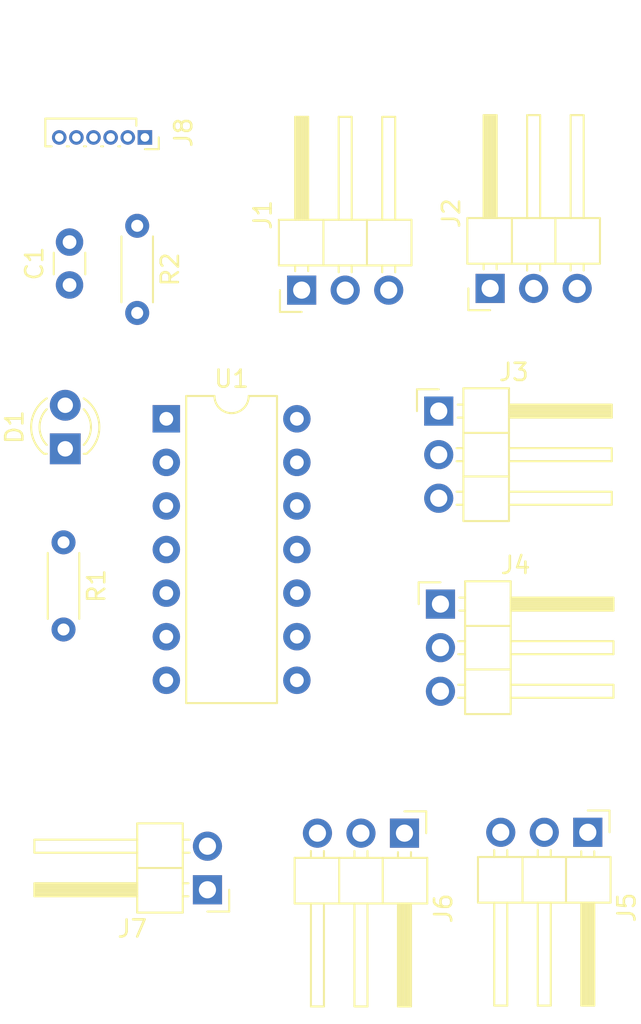
<source format=kicad_pcb>
(kicad_pcb (version 20171130) (host pcbnew 5.0.2-bee76a0~70~ubuntu18.04.1)

  (general
    (thickness 1.6)
    (drawings 0)
    (tracks 0)
    (zones 0)
    (modules 13)
    (nets 16)
  )

  (page A4)
  (layers
    (0 F.Cu signal)
    (31 B.Cu signal)
    (32 B.Adhes user)
    (33 F.Adhes user)
    (34 B.Paste user)
    (35 F.Paste user)
    (36 B.SilkS user)
    (37 F.SilkS user)
    (38 B.Mask user)
    (39 F.Mask user)
    (40 Dwgs.User user)
    (41 Cmts.User user)
    (42 Eco1.User user)
    (43 Eco2.User user)
    (44 Edge.Cuts user)
    (45 Margin user)
    (46 B.CrtYd user)
    (47 F.CrtYd user)
    (48 B.Fab user)
    (49 F.Fab user)
  )

  (setup
    (last_trace_width 0.25)
    (trace_clearance 0.2)
    (zone_clearance 0.508)
    (zone_45_only no)
    (trace_min 0.2)
    (segment_width 0.2)
    (edge_width 0.15)
    (via_size 0.8)
    (via_drill 0.4)
    (via_min_size 0.4)
    (via_min_drill 0.3)
    (uvia_size 0.3)
    (uvia_drill 0.1)
    (uvias_allowed no)
    (uvia_min_size 0.2)
    (uvia_min_drill 0.1)
    (pcb_text_width 0.3)
    (pcb_text_size 1.5 1.5)
    (mod_edge_width 0.15)
    (mod_text_size 1 1)
    (mod_text_width 0.15)
    (pad_size 1.524 1.524)
    (pad_drill 0.762)
    (pad_to_mask_clearance 0.051)
    (solder_mask_min_width 0.25)
    (aux_axis_origin 0 0)
    (visible_elements FFFFFF7F)
    (pcbplotparams
      (layerselection 0x010fc_ffffffff)
      (usegerberextensions false)
      (usegerberattributes false)
      (usegerberadvancedattributes false)
      (creategerberjobfile false)
      (excludeedgelayer true)
      (linewidth 0.100000)
      (plotframeref false)
      (viasonmask false)
      (mode 1)
      (useauxorigin false)
      (hpglpennumber 1)
      (hpglpenspeed 20)
      (hpglpendiameter 15.000000)
      (psnegative false)
      (psa4output false)
      (plotreference true)
      (plotvalue true)
      (plotinvisibletext false)
      (padsonsilk false)
      (subtractmaskfromsilk false)
      (outputformat 1)
      (mirror false)
      (drillshape 1)
      (scaleselection 1)
      (outputdirectory ""))
  )

  (net 0 "")
  (net 1 "Net-(C1-Pad1)")
  (net 2 GNDREF)
  (net 3 "Net-(D1-Pad1)")
  (net 4 "Net-(D1-Pad2)")
  (net 5 "Net-(J1-Pad1)")
  (net 6 +3V3)
  (net 7 "Net-(J2-Pad1)")
  (net 8 "Net-(J3-Pad1)")
  (net 9 "Net-(J4-Pad1)")
  (net 10 "Net-(J5-Pad1)")
  (net 11 "Net-(J6-Pad1)")
  (net 12 "Net-(J7-Pad1)")
  (net 13 "Net-(U1-Pad2)")
  (net 14 "Net-(U1-Pad3)")
  (net 15 "Net-(U1-Pad5)")

  (net_class Default "This is the default net class."
    (clearance 0.2)
    (trace_width 0.25)
    (via_dia 0.8)
    (via_drill 0.4)
    (uvia_dia 0.3)
    (uvia_drill 0.1)
    (add_net +3V3)
    (add_net GNDREF)
    (add_net "Net-(C1-Pad1)")
    (add_net "Net-(D1-Pad1)")
    (add_net "Net-(D1-Pad2)")
    (add_net "Net-(J1-Pad1)")
    (add_net "Net-(J2-Pad1)")
    (add_net "Net-(J3-Pad1)")
    (add_net "Net-(J4-Pad1)")
    (add_net "Net-(J5-Pad1)")
    (add_net "Net-(J6-Pad1)")
    (add_net "Net-(J7-Pad1)")
    (add_net "Net-(U1-Pad2)")
    (add_net "Net-(U1-Pad3)")
    (add_net "Net-(U1-Pad5)")
  )

  (module Capacitor_THT:C_Disc_D3.0mm_W1.6mm_P2.50mm (layer F.Cu) (tedit 5AE50EF0) (tstamp 5EC15B6D)
    (at 94.1 63.6 90)
    (descr "C, Disc series, Radial, pin pitch=2.50mm, , diameter*width=3.0*1.6mm^2, Capacitor, http://www.vishay.com/docs/45233/krseries.pdf")
    (tags "C Disc series Radial pin pitch 2.50mm  diameter 3.0mm width 1.6mm Capacitor")
    (path /5E9CFAA7)
    (fp_text reference C1 (at 1.25 -2.05 90) (layer F.SilkS)
      (effects (font (size 1 1) (thickness 0.15)))
    )
    (fp_text value 0.1uF (at 1.25 2.05 90) (layer F.Fab)
      (effects (font (size 1 1) (thickness 0.15)))
    )
    (fp_line (start -0.25 -0.8) (end -0.25 0.8) (layer F.Fab) (width 0.1))
    (fp_line (start -0.25 0.8) (end 2.75 0.8) (layer F.Fab) (width 0.1))
    (fp_line (start 2.75 0.8) (end 2.75 -0.8) (layer F.Fab) (width 0.1))
    (fp_line (start 2.75 -0.8) (end -0.25 -0.8) (layer F.Fab) (width 0.1))
    (fp_line (start 0.621 -0.92) (end 1.879 -0.92) (layer F.SilkS) (width 0.12))
    (fp_line (start 0.621 0.92) (end 1.879 0.92) (layer F.SilkS) (width 0.12))
    (fp_line (start -1.05 -1.05) (end -1.05 1.05) (layer F.CrtYd) (width 0.05))
    (fp_line (start -1.05 1.05) (end 3.55 1.05) (layer F.CrtYd) (width 0.05))
    (fp_line (start 3.55 1.05) (end 3.55 -1.05) (layer F.CrtYd) (width 0.05))
    (fp_line (start 3.55 -1.05) (end -1.05 -1.05) (layer F.CrtYd) (width 0.05))
    (fp_text user %R (at 1.25 0 90) (layer F.Fab)
      (effects (font (size 0.6 0.6) (thickness 0.09)))
    )
    (pad 1 thru_hole circle (at 0 0 90) (size 1.6 1.6) (drill 0.8) (layers *.Cu *.Mask)
      (net 1 "Net-(C1-Pad1)"))
    (pad 2 thru_hole circle (at 2.5 0 90) (size 1.6 1.6) (drill 0.8) (layers *.Cu *.Mask)
      (net 2 GNDREF))
    (model ${KISYS3DMOD}/Capacitor_THT.3dshapes/C_Disc_D3.0mm_W1.6mm_P2.50mm.wrl
      (at (xyz 0 0 0))
      (scale (xyz 1 1 1))
      (rotate (xyz 0 0 0))
    )
  )

  (module LED_THT:LED_D3.0mm (layer F.Cu) (tedit 587A3A7B) (tstamp 5EC15B80)
    (at 93.85 73.15 90)
    (descr "LED, diameter 3.0mm, 2 pins")
    (tags "LED diameter 3.0mm 2 pins")
    (path /5E9CB61C)
    (fp_text reference D1 (at 1.27 -2.96 90) (layer F.SilkS)
      (effects (font (size 1 1) (thickness 0.15)))
    )
    (fp_text value LED (at 1.27 2.96 90) (layer F.Fab)
      (effects (font (size 1 1) (thickness 0.15)))
    )
    (fp_arc (start 1.27 0) (end -0.23 -1.16619) (angle 284.3) (layer F.Fab) (width 0.1))
    (fp_arc (start 1.27 0) (end -0.29 -1.235516) (angle 108.8) (layer F.SilkS) (width 0.12))
    (fp_arc (start 1.27 0) (end -0.29 1.235516) (angle -108.8) (layer F.SilkS) (width 0.12))
    (fp_arc (start 1.27 0) (end 0.229039 -1.08) (angle 87.9) (layer F.SilkS) (width 0.12))
    (fp_arc (start 1.27 0) (end 0.229039 1.08) (angle -87.9) (layer F.SilkS) (width 0.12))
    (fp_circle (center 1.27 0) (end 2.77 0) (layer F.Fab) (width 0.1))
    (fp_line (start -0.23 -1.16619) (end -0.23 1.16619) (layer F.Fab) (width 0.1))
    (fp_line (start -0.29 -1.236) (end -0.29 -1.08) (layer F.SilkS) (width 0.12))
    (fp_line (start -0.29 1.08) (end -0.29 1.236) (layer F.SilkS) (width 0.12))
    (fp_line (start -1.15 -2.25) (end -1.15 2.25) (layer F.CrtYd) (width 0.05))
    (fp_line (start -1.15 2.25) (end 3.7 2.25) (layer F.CrtYd) (width 0.05))
    (fp_line (start 3.7 2.25) (end 3.7 -2.25) (layer F.CrtYd) (width 0.05))
    (fp_line (start 3.7 -2.25) (end -1.15 -2.25) (layer F.CrtYd) (width 0.05))
    (pad 1 thru_hole rect (at 0 0 90) (size 1.8 1.8) (drill 0.9) (layers *.Cu *.Mask)
      (net 3 "Net-(D1-Pad1)"))
    (pad 2 thru_hole circle (at 2.54 0 90) (size 1.8 1.8) (drill 0.9) (layers *.Cu *.Mask)
      (net 4 "Net-(D1-Pad2)"))
    (model ${KISYS3DMOD}/LED_THT.3dshapes/LED_D3.0mm.wrl
      (at (xyz 0 0 0))
      (scale (xyz 1 1 1))
      (rotate (xyz 0 0 0))
    )
  )

  (module Connector_PinHeader_2.54mm:PinHeader_1x03_P2.54mm_Horizontal (layer F.Cu) (tedit 59FED5CB) (tstamp 5EC15BC0)
    (at 107.65 63.9 90)
    (descr "Through hole angled pin header, 1x03, 2.54mm pitch, 6mm pin length, single row")
    (tags "Through hole angled pin header THT 1x03 2.54mm single row")
    (path /5E9C7BA7)
    (fp_text reference J1 (at 4.385 -2.27 90) (layer F.SilkS)
      (effects (font (size 1 1) (thickness 0.15)))
    )
    (fp_text value Conn_01x03_Male (at 4.385 7.35 90) (layer F.Fab)
      (effects (font (size 1 1) (thickness 0.15)))
    )
    (fp_line (start 2.135 -1.27) (end 4.04 -1.27) (layer F.Fab) (width 0.1))
    (fp_line (start 4.04 -1.27) (end 4.04 6.35) (layer F.Fab) (width 0.1))
    (fp_line (start 4.04 6.35) (end 1.5 6.35) (layer F.Fab) (width 0.1))
    (fp_line (start 1.5 6.35) (end 1.5 -0.635) (layer F.Fab) (width 0.1))
    (fp_line (start 1.5 -0.635) (end 2.135 -1.27) (layer F.Fab) (width 0.1))
    (fp_line (start -0.32 -0.32) (end 1.5 -0.32) (layer F.Fab) (width 0.1))
    (fp_line (start -0.32 -0.32) (end -0.32 0.32) (layer F.Fab) (width 0.1))
    (fp_line (start -0.32 0.32) (end 1.5 0.32) (layer F.Fab) (width 0.1))
    (fp_line (start 4.04 -0.32) (end 10.04 -0.32) (layer F.Fab) (width 0.1))
    (fp_line (start 10.04 -0.32) (end 10.04 0.32) (layer F.Fab) (width 0.1))
    (fp_line (start 4.04 0.32) (end 10.04 0.32) (layer F.Fab) (width 0.1))
    (fp_line (start -0.32 2.22) (end 1.5 2.22) (layer F.Fab) (width 0.1))
    (fp_line (start -0.32 2.22) (end -0.32 2.86) (layer F.Fab) (width 0.1))
    (fp_line (start -0.32 2.86) (end 1.5 2.86) (layer F.Fab) (width 0.1))
    (fp_line (start 4.04 2.22) (end 10.04 2.22) (layer F.Fab) (width 0.1))
    (fp_line (start 10.04 2.22) (end 10.04 2.86) (layer F.Fab) (width 0.1))
    (fp_line (start 4.04 2.86) (end 10.04 2.86) (layer F.Fab) (width 0.1))
    (fp_line (start -0.32 4.76) (end 1.5 4.76) (layer F.Fab) (width 0.1))
    (fp_line (start -0.32 4.76) (end -0.32 5.4) (layer F.Fab) (width 0.1))
    (fp_line (start -0.32 5.4) (end 1.5 5.4) (layer F.Fab) (width 0.1))
    (fp_line (start 4.04 4.76) (end 10.04 4.76) (layer F.Fab) (width 0.1))
    (fp_line (start 10.04 4.76) (end 10.04 5.4) (layer F.Fab) (width 0.1))
    (fp_line (start 4.04 5.4) (end 10.04 5.4) (layer F.Fab) (width 0.1))
    (fp_line (start 1.44 -1.33) (end 1.44 6.41) (layer F.SilkS) (width 0.12))
    (fp_line (start 1.44 6.41) (end 4.1 6.41) (layer F.SilkS) (width 0.12))
    (fp_line (start 4.1 6.41) (end 4.1 -1.33) (layer F.SilkS) (width 0.12))
    (fp_line (start 4.1 -1.33) (end 1.44 -1.33) (layer F.SilkS) (width 0.12))
    (fp_line (start 4.1 -0.38) (end 10.1 -0.38) (layer F.SilkS) (width 0.12))
    (fp_line (start 10.1 -0.38) (end 10.1 0.38) (layer F.SilkS) (width 0.12))
    (fp_line (start 10.1 0.38) (end 4.1 0.38) (layer F.SilkS) (width 0.12))
    (fp_line (start 4.1 -0.32) (end 10.1 -0.32) (layer F.SilkS) (width 0.12))
    (fp_line (start 4.1 -0.2) (end 10.1 -0.2) (layer F.SilkS) (width 0.12))
    (fp_line (start 4.1 -0.08) (end 10.1 -0.08) (layer F.SilkS) (width 0.12))
    (fp_line (start 4.1 0.04) (end 10.1 0.04) (layer F.SilkS) (width 0.12))
    (fp_line (start 4.1 0.16) (end 10.1 0.16) (layer F.SilkS) (width 0.12))
    (fp_line (start 4.1 0.28) (end 10.1 0.28) (layer F.SilkS) (width 0.12))
    (fp_line (start 1.11 -0.38) (end 1.44 -0.38) (layer F.SilkS) (width 0.12))
    (fp_line (start 1.11 0.38) (end 1.44 0.38) (layer F.SilkS) (width 0.12))
    (fp_line (start 1.44 1.27) (end 4.1 1.27) (layer F.SilkS) (width 0.12))
    (fp_line (start 4.1 2.16) (end 10.1 2.16) (layer F.SilkS) (width 0.12))
    (fp_line (start 10.1 2.16) (end 10.1 2.92) (layer F.SilkS) (width 0.12))
    (fp_line (start 10.1 2.92) (end 4.1 2.92) (layer F.SilkS) (width 0.12))
    (fp_line (start 1.042929 2.16) (end 1.44 2.16) (layer F.SilkS) (width 0.12))
    (fp_line (start 1.042929 2.92) (end 1.44 2.92) (layer F.SilkS) (width 0.12))
    (fp_line (start 1.44 3.81) (end 4.1 3.81) (layer F.SilkS) (width 0.12))
    (fp_line (start 4.1 4.7) (end 10.1 4.7) (layer F.SilkS) (width 0.12))
    (fp_line (start 10.1 4.7) (end 10.1 5.46) (layer F.SilkS) (width 0.12))
    (fp_line (start 10.1 5.46) (end 4.1 5.46) (layer F.SilkS) (width 0.12))
    (fp_line (start 1.042929 4.7) (end 1.44 4.7) (layer F.SilkS) (width 0.12))
    (fp_line (start 1.042929 5.46) (end 1.44 5.46) (layer F.SilkS) (width 0.12))
    (fp_line (start -1.27 0) (end -1.27 -1.27) (layer F.SilkS) (width 0.12))
    (fp_line (start -1.27 -1.27) (end 0 -1.27) (layer F.SilkS) (width 0.12))
    (fp_line (start -1.8 -1.8) (end -1.8 6.85) (layer F.CrtYd) (width 0.05))
    (fp_line (start -1.8 6.85) (end 10.55 6.85) (layer F.CrtYd) (width 0.05))
    (fp_line (start 10.55 6.85) (end 10.55 -1.8) (layer F.CrtYd) (width 0.05))
    (fp_line (start 10.55 -1.8) (end -1.8 -1.8) (layer F.CrtYd) (width 0.05))
    (fp_text user %R (at 2.77 2.54 180) (layer F.Fab)
      (effects (font (size 1 1) (thickness 0.15)))
    )
    (pad 1 thru_hole rect (at 0 0 90) (size 1.7 1.7) (drill 1) (layers *.Cu *.Mask)
      (net 5 "Net-(J1-Pad1)"))
    (pad 2 thru_hole oval (at 0 2.54 90) (size 1.7 1.7) (drill 1) (layers *.Cu *.Mask)
      (net 6 +3V3))
    (pad 3 thru_hole oval (at 0 5.08 90) (size 1.7 1.7) (drill 1) (layers *.Cu *.Mask)
      (net 2 GNDREF))
    (model ${KISYS3DMOD}/Connector_PinHeader_2.54mm.3dshapes/PinHeader_1x03_P2.54mm_Horizontal.wrl
      (at (xyz 0 0 0))
      (scale (xyz 1 1 1))
      (rotate (xyz 0 0 0))
    )
  )

  (module Connector_PinHeader_2.54mm:PinHeader_1x03_P2.54mm_Horizontal (layer F.Cu) (tedit 59FED5CB) (tstamp 5EC15C00)
    (at 118.65 63.8 90)
    (descr "Through hole angled pin header, 1x03, 2.54mm pitch, 6mm pin length, single row")
    (tags "Through hole angled pin header THT 1x03 2.54mm single row")
    (path /5E9C7CF9)
    (fp_text reference J2 (at 4.385 -2.27 90) (layer F.SilkS)
      (effects (font (size 1 1) (thickness 0.15)))
    )
    (fp_text value Conn_01x03_Male (at 4.385 7.35 90) (layer F.Fab)
      (effects (font (size 1 1) (thickness 0.15)))
    )
    (fp_text user %R (at 2.77 2.54 180) (layer F.Fab)
      (effects (font (size 1 1) (thickness 0.15)))
    )
    (fp_line (start 10.55 -1.8) (end -1.8 -1.8) (layer F.CrtYd) (width 0.05))
    (fp_line (start 10.55 6.85) (end 10.55 -1.8) (layer F.CrtYd) (width 0.05))
    (fp_line (start -1.8 6.85) (end 10.55 6.85) (layer F.CrtYd) (width 0.05))
    (fp_line (start -1.8 -1.8) (end -1.8 6.85) (layer F.CrtYd) (width 0.05))
    (fp_line (start -1.27 -1.27) (end 0 -1.27) (layer F.SilkS) (width 0.12))
    (fp_line (start -1.27 0) (end -1.27 -1.27) (layer F.SilkS) (width 0.12))
    (fp_line (start 1.042929 5.46) (end 1.44 5.46) (layer F.SilkS) (width 0.12))
    (fp_line (start 1.042929 4.7) (end 1.44 4.7) (layer F.SilkS) (width 0.12))
    (fp_line (start 10.1 5.46) (end 4.1 5.46) (layer F.SilkS) (width 0.12))
    (fp_line (start 10.1 4.7) (end 10.1 5.46) (layer F.SilkS) (width 0.12))
    (fp_line (start 4.1 4.7) (end 10.1 4.7) (layer F.SilkS) (width 0.12))
    (fp_line (start 1.44 3.81) (end 4.1 3.81) (layer F.SilkS) (width 0.12))
    (fp_line (start 1.042929 2.92) (end 1.44 2.92) (layer F.SilkS) (width 0.12))
    (fp_line (start 1.042929 2.16) (end 1.44 2.16) (layer F.SilkS) (width 0.12))
    (fp_line (start 10.1 2.92) (end 4.1 2.92) (layer F.SilkS) (width 0.12))
    (fp_line (start 10.1 2.16) (end 10.1 2.92) (layer F.SilkS) (width 0.12))
    (fp_line (start 4.1 2.16) (end 10.1 2.16) (layer F.SilkS) (width 0.12))
    (fp_line (start 1.44 1.27) (end 4.1 1.27) (layer F.SilkS) (width 0.12))
    (fp_line (start 1.11 0.38) (end 1.44 0.38) (layer F.SilkS) (width 0.12))
    (fp_line (start 1.11 -0.38) (end 1.44 -0.38) (layer F.SilkS) (width 0.12))
    (fp_line (start 4.1 0.28) (end 10.1 0.28) (layer F.SilkS) (width 0.12))
    (fp_line (start 4.1 0.16) (end 10.1 0.16) (layer F.SilkS) (width 0.12))
    (fp_line (start 4.1 0.04) (end 10.1 0.04) (layer F.SilkS) (width 0.12))
    (fp_line (start 4.1 -0.08) (end 10.1 -0.08) (layer F.SilkS) (width 0.12))
    (fp_line (start 4.1 -0.2) (end 10.1 -0.2) (layer F.SilkS) (width 0.12))
    (fp_line (start 4.1 -0.32) (end 10.1 -0.32) (layer F.SilkS) (width 0.12))
    (fp_line (start 10.1 0.38) (end 4.1 0.38) (layer F.SilkS) (width 0.12))
    (fp_line (start 10.1 -0.38) (end 10.1 0.38) (layer F.SilkS) (width 0.12))
    (fp_line (start 4.1 -0.38) (end 10.1 -0.38) (layer F.SilkS) (width 0.12))
    (fp_line (start 4.1 -1.33) (end 1.44 -1.33) (layer F.SilkS) (width 0.12))
    (fp_line (start 4.1 6.41) (end 4.1 -1.33) (layer F.SilkS) (width 0.12))
    (fp_line (start 1.44 6.41) (end 4.1 6.41) (layer F.SilkS) (width 0.12))
    (fp_line (start 1.44 -1.33) (end 1.44 6.41) (layer F.SilkS) (width 0.12))
    (fp_line (start 4.04 5.4) (end 10.04 5.4) (layer F.Fab) (width 0.1))
    (fp_line (start 10.04 4.76) (end 10.04 5.4) (layer F.Fab) (width 0.1))
    (fp_line (start 4.04 4.76) (end 10.04 4.76) (layer F.Fab) (width 0.1))
    (fp_line (start -0.32 5.4) (end 1.5 5.4) (layer F.Fab) (width 0.1))
    (fp_line (start -0.32 4.76) (end -0.32 5.4) (layer F.Fab) (width 0.1))
    (fp_line (start -0.32 4.76) (end 1.5 4.76) (layer F.Fab) (width 0.1))
    (fp_line (start 4.04 2.86) (end 10.04 2.86) (layer F.Fab) (width 0.1))
    (fp_line (start 10.04 2.22) (end 10.04 2.86) (layer F.Fab) (width 0.1))
    (fp_line (start 4.04 2.22) (end 10.04 2.22) (layer F.Fab) (width 0.1))
    (fp_line (start -0.32 2.86) (end 1.5 2.86) (layer F.Fab) (width 0.1))
    (fp_line (start -0.32 2.22) (end -0.32 2.86) (layer F.Fab) (width 0.1))
    (fp_line (start -0.32 2.22) (end 1.5 2.22) (layer F.Fab) (width 0.1))
    (fp_line (start 4.04 0.32) (end 10.04 0.32) (layer F.Fab) (width 0.1))
    (fp_line (start 10.04 -0.32) (end 10.04 0.32) (layer F.Fab) (width 0.1))
    (fp_line (start 4.04 -0.32) (end 10.04 -0.32) (layer F.Fab) (width 0.1))
    (fp_line (start -0.32 0.32) (end 1.5 0.32) (layer F.Fab) (width 0.1))
    (fp_line (start -0.32 -0.32) (end -0.32 0.32) (layer F.Fab) (width 0.1))
    (fp_line (start -0.32 -0.32) (end 1.5 -0.32) (layer F.Fab) (width 0.1))
    (fp_line (start 1.5 -0.635) (end 2.135 -1.27) (layer F.Fab) (width 0.1))
    (fp_line (start 1.5 6.35) (end 1.5 -0.635) (layer F.Fab) (width 0.1))
    (fp_line (start 4.04 6.35) (end 1.5 6.35) (layer F.Fab) (width 0.1))
    (fp_line (start 4.04 -1.27) (end 4.04 6.35) (layer F.Fab) (width 0.1))
    (fp_line (start 2.135 -1.27) (end 4.04 -1.27) (layer F.Fab) (width 0.1))
    (pad 3 thru_hole oval (at 0 5.08 90) (size 1.7 1.7) (drill 1) (layers *.Cu *.Mask)
      (net 2 GNDREF))
    (pad 2 thru_hole oval (at 0 2.54 90) (size 1.7 1.7) (drill 1) (layers *.Cu *.Mask)
      (net 6 +3V3))
    (pad 1 thru_hole rect (at 0 0 90) (size 1.7 1.7) (drill 1) (layers *.Cu *.Mask)
      (net 7 "Net-(J2-Pad1)"))
    (model ${KISYS3DMOD}/Connector_PinHeader_2.54mm.3dshapes/PinHeader_1x03_P2.54mm_Horizontal.wrl
      (at (xyz 0 0 0))
      (scale (xyz 1 1 1))
      (rotate (xyz 0 0 0))
    )
  )

  (module Connector_PinHeader_2.54mm:PinHeader_1x03_P2.54mm_Horizontal (layer F.Cu) (tedit 59FED5CB) (tstamp 5EC15C40)
    (at 115.65 70.95)
    (descr "Through hole angled pin header, 1x03, 2.54mm pitch, 6mm pin length, single row")
    (tags "Through hole angled pin header THT 1x03 2.54mm single row")
    (path /5E9C7E7B)
    (fp_text reference J3 (at 4.385 -2.27) (layer F.SilkS)
      (effects (font (size 1 1) (thickness 0.15)))
    )
    (fp_text value Conn_01x03_Male (at 4.385 7.35) (layer F.Fab)
      (effects (font (size 1 1) (thickness 0.15)))
    )
    (fp_line (start 2.135 -1.27) (end 4.04 -1.27) (layer F.Fab) (width 0.1))
    (fp_line (start 4.04 -1.27) (end 4.04 6.35) (layer F.Fab) (width 0.1))
    (fp_line (start 4.04 6.35) (end 1.5 6.35) (layer F.Fab) (width 0.1))
    (fp_line (start 1.5 6.35) (end 1.5 -0.635) (layer F.Fab) (width 0.1))
    (fp_line (start 1.5 -0.635) (end 2.135 -1.27) (layer F.Fab) (width 0.1))
    (fp_line (start -0.32 -0.32) (end 1.5 -0.32) (layer F.Fab) (width 0.1))
    (fp_line (start -0.32 -0.32) (end -0.32 0.32) (layer F.Fab) (width 0.1))
    (fp_line (start -0.32 0.32) (end 1.5 0.32) (layer F.Fab) (width 0.1))
    (fp_line (start 4.04 -0.32) (end 10.04 -0.32) (layer F.Fab) (width 0.1))
    (fp_line (start 10.04 -0.32) (end 10.04 0.32) (layer F.Fab) (width 0.1))
    (fp_line (start 4.04 0.32) (end 10.04 0.32) (layer F.Fab) (width 0.1))
    (fp_line (start -0.32 2.22) (end 1.5 2.22) (layer F.Fab) (width 0.1))
    (fp_line (start -0.32 2.22) (end -0.32 2.86) (layer F.Fab) (width 0.1))
    (fp_line (start -0.32 2.86) (end 1.5 2.86) (layer F.Fab) (width 0.1))
    (fp_line (start 4.04 2.22) (end 10.04 2.22) (layer F.Fab) (width 0.1))
    (fp_line (start 10.04 2.22) (end 10.04 2.86) (layer F.Fab) (width 0.1))
    (fp_line (start 4.04 2.86) (end 10.04 2.86) (layer F.Fab) (width 0.1))
    (fp_line (start -0.32 4.76) (end 1.5 4.76) (layer F.Fab) (width 0.1))
    (fp_line (start -0.32 4.76) (end -0.32 5.4) (layer F.Fab) (width 0.1))
    (fp_line (start -0.32 5.4) (end 1.5 5.4) (layer F.Fab) (width 0.1))
    (fp_line (start 4.04 4.76) (end 10.04 4.76) (layer F.Fab) (width 0.1))
    (fp_line (start 10.04 4.76) (end 10.04 5.4) (layer F.Fab) (width 0.1))
    (fp_line (start 4.04 5.4) (end 10.04 5.4) (layer F.Fab) (width 0.1))
    (fp_line (start 1.44 -1.33) (end 1.44 6.41) (layer F.SilkS) (width 0.12))
    (fp_line (start 1.44 6.41) (end 4.1 6.41) (layer F.SilkS) (width 0.12))
    (fp_line (start 4.1 6.41) (end 4.1 -1.33) (layer F.SilkS) (width 0.12))
    (fp_line (start 4.1 -1.33) (end 1.44 -1.33) (layer F.SilkS) (width 0.12))
    (fp_line (start 4.1 -0.38) (end 10.1 -0.38) (layer F.SilkS) (width 0.12))
    (fp_line (start 10.1 -0.38) (end 10.1 0.38) (layer F.SilkS) (width 0.12))
    (fp_line (start 10.1 0.38) (end 4.1 0.38) (layer F.SilkS) (width 0.12))
    (fp_line (start 4.1 -0.32) (end 10.1 -0.32) (layer F.SilkS) (width 0.12))
    (fp_line (start 4.1 -0.2) (end 10.1 -0.2) (layer F.SilkS) (width 0.12))
    (fp_line (start 4.1 -0.08) (end 10.1 -0.08) (layer F.SilkS) (width 0.12))
    (fp_line (start 4.1 0.04) (end 10.1 0.04) (layer F.SilkS) (width 0.12))
    (fp_line (start 4.1 0.16) (end 10.1 0.16) (layer F.SilkS) (width 0.12))
    (fp_line (start 4.1 0.28) (end 10.1 0.28) (layer F.SilkS) (width 0.12))
    (fp_line (start 1.11 -0.38) (end 1.44 -0.38) (layer F.SilkS) (width 0.12))
    (fp_line (start 1.11 0.38) (end 1.44 0.38) (layer F.SilkS) (width 0.12))
    (fp_line (start 1.44 1.27) (end 4.1 1.27) (layer F.SilkS) (width 0.12))
    (fp_line (start 4.1 2.16) (end 10.1 2.16) (layer F.SilkS) (width 0.12))
    (fp_line (start 10.1 2.16) (end 10.1 2.92) (layer F.SilkS) (width 0.12))
    (fp_line (start 10.1 2.92) (end 4.1 2.92) (layer F.SilkS) (width 0.12))
    (fp_line (start 1.042929 2.16) (end 1.44 2.16) (layer F.SilkS) (width 0.12))
    (fp_line (start 1.042929 2.92) (end 1.44 2.92) (layer F.SilkS) (width 0.12))
    (fp_line (start 1.44 3.81) (end 4.1 3.81) (layer F.SilkS) (width 0.12))
    (fp_line (start 4.1 4.7) (end 10.1 4.7) (layer F.SilkS) (width 0.12))
    (fp_line (start 10.1 4.7) (end 10.1 5.46) (layer F.SilkS) (width 0.12))
    (fp_line (start 10.1 5.46) (end 4.1 5.46) (layer F.SilkS) (width 0.12))
    (fp_line (start 1.042929 4.7) (end 1.44 4.7) (layer F.SilkS) (width 0.12))
    (fp_line (start 1.042929 5.46) (end 1.44 5.46) (layer F.SilkS) (width 0.12))
    (fp_line (start -1.27 0) (end -1.27 -1.27) (layer F.SilkS) (width 0.12))
    (fp_line (start -1.27 -1.27) (end 0 -1.27) (layer F.SilkS) (width 0.12))
    (fp_line (start -1.8 -1.8) (end -1.8 6.85) (layer F.CrtYd) (width 0.05))
    (fp_line (start -1.8 6.85) (end 10.55 6.85) (layer F.CrtYd) (width 0.05))
    (fp_line (start 10.55 6.85) (end 10.55 -1.8) (layer F.CrtYd) (width 0.05))
    (fp_line (start 10.55 -1.8) (end -1.8 -1.8) (layer F.CrtYd) (width 0.05))
    (fp_text user %R (at 2.77 2.54 90) (layer F.Fab)
      (effects (font (size 1 1) (thickness 0.15)))
    )
    (pad 1 thru_hole rect (at 0 0) (size 1.7 1.7) (drill 1) (layers *.Cu *.Mask)
      (net 8 "Net-(J3-Pad1)"))
    (pad 2 thru_hole oval (at 0 2.54) (size 1.7 1.7) (drill 1) (layers *.Cu *.Mask)
      (net 6 +3V3))
    (pad 3 thru_hole oval (at 0 5.08) (size 1.7 1.7) (drill 1) (layers *.Cu *.Mask)
      (net 2 GNDREF))
    (model ${KISYS3DMOD}/Connector_PinHeader_2.54mm.3dshapes/PinHeader_1x03_P2.54mm_Horizontal.wrl
      (at (xyz 0 0 0))
      (scale (xyz 1 1 1))
      (rotate (xyz 0 0 0))
    )
  )

  (module Connector_PinHeader_2.54mm:PinHeader_1x03_P2.54mm_Horizontal (layer F.Cu) (tedit 59FED5CB) (tstamp 5EC15C80)
    (at 115.75 82.2)
    (descr "Through hole angled pin header, 1x03, 2.54mm pitch, 6mm pin length, single row")
    (tags "Through hole angled pin header THT 1x03 2.54mm single row")
    (path /5E9C7F1B)
    (fp_text reference J4 (at 4.385 -2.27) (layer F.SilkS)
      (effects (font (size 1 1) (thickness 0.15)))
    )
    (fp_text value Conn_01x03_Male (at 4.385 7.35) (layer F.Fab)
      (effects (font (size 1 1) (thickness 0.15)))
    )
    (fp_text user %R (at 2.77 2.54 90) (layer F.Fab)
      (effects (font (size 1 1) (thickness 0.15)))
    )
    (fp_line (start 10.55 -1.8) (end -1.8 -1.8) (layer F.CrtYd) (width 0.05))
    (fp_line (start 10.55 6.85) (end 10.55 -1.8) (layer F.CrtYd) (width 0.05))
    (fp_line (start -1.8 6.85) (end 10.55 6.85) (layer F.CrtYd) (width 0.05))
    (fp_line (start -1.8 -1.8) (end -1.8 6.85) (layer F.CrtYd) (width 0.05))
    (fp_line (start -1.27 -1.27) (end 0 -1.27) (layer F.SilkS) (width 0.12))
    (fp_line (start -1.27 0) (end -1.27 -1.27) (layer F.SilkS) (width 0.12))
    (fp_line (start 1.042929 5.46) (end 1.44 5.46) (layer F.SilkS) (width 0.12))
    (fp_line (start 1.042929 4.7) (end 1.44 4.7) (layer F.SilkS) (width 0.12))
    (fp_line (start 10.1 5.46) (end 4.1 5.46) (layer F.SilkS) (width 0.12))
    (fp_line (start 10.1 4.7) (end 10.1 5.46) (layer F.SilkS) (width 0.12))
    (fp_line (start 4.1 4.7) (end 10.1 4.7) (layer F.SilkS) (width 0.12))
    (fp_line (start 1.44 3.81) (end 4.1 3.81) (layer F.SilkS) (width 0.12))
    (fp_line (start 1.042929 2.92) (end 1.44 2.92) (layer F.SilkS) (width 0.12))
    (fp_line (start 1.042929 2.16) (end 1.44 2.16) (layer F.SilkS) (width 0.12))
    (fp_line (start 10.1 2.92) (end 4.1 2.92) (layer F.SilkS) (width 0.12))
    (fp_line (start 10.1 2.16) (end 10.1 2.92) (layer F.SilkS) (width 0.12))
    (fp_line (start 4.1 2.16) (end 10.1 2.16) (layer F.SilkS) (width 0.12))
    (fp_line (start 1.44 1.27) (end 4.1 1.27) (layer F.SilkS) (width 0.12))
    (fp_line (start 1.11 0.38) (end 1.44 0.38) (layer F.SilkS) (width 0.12))
    (fp_line (start 1.11 -0.38) (end 1.44 -0.38) (layer F.SilkS) (width 0.12))
    (fp_line (start 4.1 0.28) (end 10.1 0.28) (layer F.SilkS) (width 0.12))
    (fp_line (start 4.1 0.16) (end 10.1 0.16) (layer F.SilkS) (width 0.12))
    (fp_line (start 4.1 0.04) (end 10.1 0.04) (layer F.SilkS) (width 0.12))
    (fp_line (start 4.1 -0.08) (end 10.1 -0.08) (layer F.SilkS) (width 0.12))
    (fp_line (start 4.1 -0.2) (end 10.1 -0.2) (layer F.SilkS) (width 0.12))
    (fp_line (start 4.1 -0.32) (end 10.1 -0.32) (layer F.SilkS) (width 0.12))
    (fp_line (start 10.1 0.38) (end 4.1 0.38) (layer F.SilkS) (width 0.12))
    (fp_line (start 10.1 -0.38) (end 10.1 0.38) (layer F.SilkS) (width 0.12))
    (fp_line (start 4.1 -0.38) (end 10.1 -0.38) (layer F.SilkS) (width 0.12))
    (fp_line (start 4.1 -1.33) (end 1.44 -1.33) (layer F.SilkS) (width 0.12))
    (fp_line (start 4.1 6.41) (end 4.1 -1.33) (layer F.SilkS) (width 0.12))
    (fp_line (start 1.44 6.41) (end 4.1 6.41) (layer F.SilkS) (width 0.12))
    (fp_line (start 1.44 -1.33) (end 1.44 6.41) (layer F.SilkS) (width 0.12))
    (fp_line (start 4.04 5.4) (end 10.04 5.4) (layer F.Fab) (width 0.1))
    (fp_line (start 10.04 4.76) (end 10.04 5.4) (layer F.Fab) (width 0.1))
    (fp_line (start 4.04 4.76) (end 10.04 4.76) (layer F.Fab) (width 0.1))
    (fp_line (start -0.32 5.4) (end 1.5 5.4) (layer F.Fab) (width 0.1))
    (fp_line (start -0.32 4.76) (end -0.32 5.4) (layer F.Fab) (width 0.1))
    (fp_line (start -0.32 4.76) (end 1.5 4.76) (layer F.Fab) (width 0.1))
    (fp_line (start 4.04 2.86) (end 10.04 2.86) (layer F.Fab) (width 0.1))
    (fp_line (start 10.04 2.22) (end 10.04 2.86) (layer F.Fab) (width 0.1))
    (fp_line (start 4.04 2.22) (end 10.04 2.22) (layer F.Fab) (width 0.1))
    (fp_line (start -0.32 2.86) (end 1.5 2.86) (layer F.Fab) (width 0.1))
    (fp_line (start -0.32 2.22) (end -0.32 2.86) (layer F.Fab) (width 0.1))
    (fp_line (start -0.32 2.22) (end 1.5 2.22) (layer F.Fab) (width 0.1))
    (fp_line (start 4.04 0.32) (end 10.04 0.32) (layer F.Fab) (width 0.1))
    (fp_line (start 10.04 -0.32) (end 10.04 0.32) (layer F.Fab) (width 0.1))
    (fp_line (start 4.04 -0.32) (end 10.04 -0.32) (layer F.Fab) (width 0.1))
    (fp_line (start -0.32 0.32) (end 1.5 0.32) (layer F.Fab) (width 0.1))
    (fp_line (start -0.32 -0.32) (end -0.32 0.32) (layer F.Fab) (width 0.1))
    (fp_line (start -0.32 -0.32) (end 1.5 -0.32) (layer F.Fab) (width 0.1))
    (fp_line (start 1.5 -0.635) (end 2.135 -1.27) (layer F.Fab) (width 0.1))
    (fp_line (start 1.5 6.35) (end 1.5 -0.635) (layer F.Fab) (width 0.1))
    (fp_line (start 4.04 6.35) (end 1.5 6.35) (layer F.Fab) (width 0.1))
    (fp_line (start 4.04 -1.27) (end 4.04 6.35) (layer F.Fab) (width 0.1))
    (fp_line (start 2.135 -1.27) (end 4.04 -1.27) (layer F.Fab) (width 0.1))
    (pad 3 thru_hole oval (at 0 5.08) (size 1.7 1.7) (drill 1) (layers *.Cu *.Mask)
      (net 2 GNDREF))
    (pad 2 thru_hole oval (at 0 2.54) (size 1.7 1.7) (drill 1) (layers *.Cu *.Mask)
      (net 6 +3V3))
    (pad 1 thru_hole rect (at 0 0) (size 1.7 1.7) (drill 1) (layers *.Cu *.Mask)
      (net 9 "Net-(J4-Pad1)"))
    (model ${KISYS3DMOD}/Connector_PinHeader_2.54mm.3dshapes/PinHeader_1x03_P2.54mm_Horizontal.wrl
      (at (xyz 0 0 0))
      (scale (xyz 1 1 1))
      (rotate (xyz 0 0 0))
    )
  )

  (module Connector_PinHeader_2.54mm:PinHeader_1x03_P2.54mm_Horizontal (layer F.Cu) (tedit 59FED5CB) (tstamp 5EC15CC0)
    (at 124.35 95.5 270)
    (descr "Through hole angled pin header, 1x03, 2.54mm pitch, 6mm pin length, single row")
    (tags "Through hole angled pin header THT 1x03 2.54mm single row")
    (path /5E9C7FF9)
    (fp_text reference J5 (at 4.385 -2.27 270) (layer F.SilkS)
      (effects (font (size 1 1) (thickness 0.15)))
    )
    (fp_text value Conn_01x03_Male (at 4.385 7.35 270) (layer F.Fab)
      (effects (font (size 1 1) (thickness 0.15)))
    )
    (fp_line (start 2.135 -1.27) (end 4.04 -1.27) (layer F.Fab) (width 0.1))
    (fp_line (start 4.04 -1.27) (end 4.04 6.35) (layer F.Fab) (width 0.1))
    (fp_line (start 4.04 6.35) (end 1.5 6.35) (layer F.Fab) (width 0.1))
    (fp_line (start 1.5 6.35) (end 1.5 -0.635) (layer F.Fab) (width 0.1))
    (fp_line (start 1.5 -0.635) (end 2.135 -1.27) (layer F.Fab) (width 0.1))
    (fp_line (start -0.32 -0.32) (end 1.5 -0.32) (layer F.Fab) (width 0.1))
    (fp_line (start -0.32 -0.32) (end -0.32 0.32) (layer F.Fab) (width 0.1))
    (fp_line (start -0.32 0.32) (end 1.5 0.32) (layer F.Fab) (width 0.1))
    (fp_line (start 4.04 -0.32) (end 10.04 -0.32) (layer F.Fab) (width 0.1))
    (fp_line (start 10.04 -0.32) (end 10.04 0.32) (layer F.Fab) (width 0.1))
    (fp_line (start 4.04 0.32) (end 10.04 0.32) (layer F.Fab) (width 0.1))
    (fp_line (start -0.32 2.22) (end 1.5 2.22) (layer F.Fab) (width 0.1))
    (fp_line (start -0.32 2.22) (end -0.32 2.86) (layer F.Fab) (width 0.1))
    (fp_line (start -0.32 2.86) (end 1.5 2.86) (layer F.Fab) (width 0.1))
    (fp_line (start 4.04 2.22) (end 10.04 2.22) (layer F.Fab) (width 0.1))
    (fp_line (start 10.04 2.22) (end 10.04 2.86) (layer F.Fab) (width 0.1))
    (fp_line (start 4.04 2.86) (end 10.04 2.86) (layer F.Fab) (width 0.1))
    (fp_line (start -0.32 4.76) (end 1.5 4.76) (layer F.Fab) (width 0.1))
    (fp_line (start -0.32 4.76) (end -0.32 5.4) (layer F.Fab) (width 0.1))
    (fp_line (start -0.32 5.4) (end 1.5 5.4) (layer F.Fab) (width 0.1))
    (fp_line (start 4.04 4.76) (end 10.04 4.76) (layer F.Fab) (width 0.1))
    (fp_line (start 10.04 4.76) (end 10.04 5.4) (layer F.Fab) (width 0.1))
    (fp_line (start 4.04 5.4) (end 10.04 5.4) (layer F.Fab) (width 0.1))
    (fp_line (start 1.44 -1.33) (end 1.44 6.41) (layer F.SilkS) (width 0.12))
    (fp_line (start 1.44 6.41) (end 4.1 6.41) (layer F.SilkS) (width 0.12))
    (fp_line (start 4.1 6.41) (end 4.1 -1.33) (layer F.SilkS) (width 0.12))
    (fp_line (start 4.1 -1.33) (end 1.44 -1.33) (layer F.SilkS) (width 0.12))
    (fp_line (start 4.1 -0.38) (end 10.1 -0.38) (layer F.SilkS) (width 0.12))
    (fp_line (start 10.1 -0.38) (end 10.1 0.38) (layer F.SilkS) (width 0.12))
    (fp_line (start 10.1 0.38) (end 4.1 0.38) (layer F.SilkS) (width 0.12))
    (fp_line (start 4.1 -0.32) (end 10.1 -0.32) (layer F.SilkS) (width 0.12))
    (fp_line (start 4.1 -0.2) (end 10.1 -0.2) (layer F.SilkS) (width 0.12))
    (fp_line (start 4.1 -0.08) (end 10.1 -0.08) (layer F.SilkS) (width 0.12))
    (fp_line (start 4.1 0.04) (end 10.1 0.04) (layer F.SilkS) (width 0.12))
    (fp_line (start 4.1 0.16) (end 10.1 0.16) (layer F.SilkS) (width 0.12))
    (fp_line (start 4.1 0.28) (end 10.1 0.28) (layer F.SilkS) (width 0.12))
    (fp_line (start 1.11 -0.38) (end 1.44 -0.38) (layer F.SilkS) (width 0.12))
    (fp_line (start 1.11 0.38) (end 1.44 0.38) (layer F.SilkS) (width 0.12))
    (fp_line (start 1.44 1.27) (end 4.1 1.27) (layer F.SilkS) (width 0.12))
    (fp_line (start 4.1 2.16) (end 10.1 2.16) (layer F.SilkS) (width 0.12))
    (fp_line (start 10.1 2.16) (end 10.1 2.92) (layer F.SilkS) (width 0.12))
    (fp_line (start 10.1 2.92) (end 4.1 2.92) (layer F.SilkS) (width 0.12))
    (fp_line (start 1.042929 2.16) (end 1.44 2.16) (layer F.SilkS) (width 0.12))
    (fp_line (start 1.042929 2.92) (end 1.44 2.92) (layer F.SilkS) (width 0.12))
    (fp_line (start 1.44 3.81) (end 4.1 3.81) (layer F.SilkS) (width 0.12))
    (fp_line (start 4.1 4.7) (end 10.1 4.7) (layer F.SilkS) (width 0.12))
    (fp_line (start 10.1 4.7) (end 10.1 5.46) (layer F.SilkS) (width 0.12))
    (fp_line (start 10.1 5.46) (end 4.1 5.46) (layer F.SilkS) (width 0.12))
    (fp_line (start 1.042929 4.7) (end 1.44 4.7) (layer F.SilkS) (width 0.12))
    (fp_line (start 1.042929 5.46) (end 1.44 5.46) (layer F.SilkS) (width 0.12))
    (fp_line (start -1.27 0) (end -1.27 -1.27) (layer F.SilkS) (width 0.12))
    (fp_line (start -1.27 -1.27) (end 0 -1.27) (layer F.SilkS) (width 0.12))
    (fp_line (start -1.8 -1.8) (end -1.8 6.85) (layer F.CrtYd) (width 0.05))
    (fp_line (start -1.8 6.85) (end 10.55 6.85) (layer F.CrtYd) (width 0.05))
    (fp_line (start 10.55 6.85) (end 10.55 -1.8) (layer F.CrtYd) (width 0.05))
    (fp_line (start 10.55 -1.8) (end -1.8 -1.8) (layer F.CrtYd) (width 0.05))
    (fp_text user %R (at 2.77 2.54) (layer F.Fab)
      (effects (font (size 1 1) (thickness 0.15)))
    )
    (pad 1 thru_hole rect (at 0 0 270) (size 1.7 1.7) (drill 1) (layers *.Cu *.Mask)
      (net 10 "Net-(J5-Pad1)"))
    (pad 2 thru_hole oval (at 0 2.54 270) (size 1.7 1.7) (drill 1) (layers *.Cu *.Mask)
      (net 6 +3V3))
    (pad 3 thru_hole oval (at 0 5.08 270) (size 1.7 1.7) (drill 1) (layers *.Cu *.Mask)
      (net 2 GNDREF))
    (model ${KISYS3DMOD}/Connector_PinHeader_2.54mm.3dshapes/PinHeader_1x03_P2.54mm_Horizontal.wrl
      (at (xyz 0 0 0))
      (scale (xyz 1 1 1))
      (rotate (xyz 0 0 0))
    )
  )

  (module Connector_PinHeader_2.54mm:PinHeader_1x03_P2.54mm_Horizontal (layer F.Cu) (tedit 59FED5CB) (tstamp 5EC15D00)
    (at 113.65 95.55 270)
    (descr "Through hole angled pin header, 1x03, 2.54mm pitch, 6mm pin length, single row")
    (tags "Through hole angled pin header THT 1x03 2.54mm single row")
    (path /5E9C9354)
    (fp_text reference J6 (at 4.385 -2.27 270) (layer F.SilkS)
      (effects (font (size 1 1) (thickness 0.15)))
    )
    (fp_text value Conn_01x03_Male (at 4.385 7.35 270) (layer F.Fab)
      (effects (font (size 1 1) (thickness 0.15)))
    )
    (fp_text user %R (at 2.77 2.54) (layer F.Fab)
      (effects (font (size 1 1) (thickness 0.15)))
    )
    (fp_line (start 10.55 -1.8) (end -1.8 -1.8) (layer F.CrtYd) (width 0.05))
    (fp_line (start 10.55 6.85) (end 10.55 -1.8) (layer F.CrtYd) (width 0.05))
    (fp_line (start -1.8 6.85) (end 10.55 6.85) (layer F.CrtYd) (width 0.05))
    (fp_line (start -1.8 -1.8) (end -1.8 6.85) (layer F.CrtYd) (width 0.05))
    (fp_line (start -1.27 -1.27) (end 0 -1.27) (layer F.SilkS) (width 0.12))
    (fp_line (start -1.27 0) (end -1.27 -1.27) (layer F.SilkS) (width 0.12))
    (fp_line (start 1.042929 5.46) (end 1.44 5.46) (layer F.SilkS) (width 0.12))
    (fp_line (start 1.042929 4.7) (end 1.44 4.7) (layer F.SilkS) (width 0.12))
    (fp_line (start 10.1 5.46) (end 4.1 5.46) (layer F.SilkS) (width 0.12))
    (fp_line (start 10.1 4.7) (end 10.1 5.46) (layer F.SilkS) (width 0.12))
    (fp_line (start 4.1 4.7) (end 10.1 4.7) (layer F.SilkS) (width 0.12))
    (fp_line (start 1.44 3.81) (end 4.1 3.81) (layer F.SilkS) (width 0.12))
    (fp_line (start 1.042929 2.92) (end 1.44 2.92) (layer F.SilkS) (width 0.12))
    (fp_line (start 1.042929 2.16) (end 1.44 2.16) (layer F.SilkS) (width 0.12))
    (fp_line (start 10.1 2.92) (end 4.1 2.92) (layer F.SilkS) (width 0.12))
    (fp_line (start 10.1 2.16) (end 10.1 2.92) (layer F.SilkS) (width 0.12))
    (fp_line (start 4.1 2.16) (end 10.1 2.16) (layer F.SilkS) (width 0.12))
    (fp_line (start 1.44 1.27) (end 4.1 1.27) (layer F.SilkS) (width 0.12))
    (fp_line (start 1.11 0.38) (end 1.44 0.38) (layer F.SilkS) (width 0.12))
    (fp_line (start 1.11 -0.38) (end 1.44 -0.38) (layer F.SilkS) (width 0.12))
    (fp_line (start 4.1 0.28) (end 10.1 0.28) (layer F.SilkS) (width 0.12))
    (fp_line (start 4.1 0.16) (end 10.1 0.16) (layer F.SilkS) (width 0.12))
    (fp_line (start 4.1 0.04) (end 10.1 0.04) (layer F.SilkS) (width 0.12))
    (fp_line (start 4.1 -0.08) (end 10.1 -0.08) (layer F.SilkS) (width 0.12))
    (fp_line (start 4.1 -0.2) (end 10.1 -0.2) (layer F.SilkS) (width 0.12))
    (fp_line (start 4.1 -0.32) (end 10.1 -0.32) (layer F.SilkS) (width 0.12))
    (fp_line (start 10.1 0.38) (end 4.1 0.38) (layer F.SilkS) (width 0.12))
    (fp_line (start 10.1 -0.38) (end 10.1 0.38) (layer F.SilkS) (width 0.12))
    (fp_line (start 4.1 -0.38) (end 10.1 -0.38) (layer F.SilkS) (width 0.12))
    (fp_line (start 4.1 -1.33) (end 1.44 -1.33) (layer F.SilkS) (width 0.12))
    (fp_line (start 4.1 6.41) (end 4.1 -1.33) (layer F.SilkS) (width 0.12))
    (fp_line (start 1.44 6.41) (end 4.1 6.41) (layer F.SilkS) (width 0.12))
    (fp_line (start 1.44 -1.33) (end 1.44 6.41) (layer F.SilkS) (width 0.12))
    (fp_line (start 4.04 5.4) (end 10.04 5.4) (layer F.Fab) (width 0.1))
    (fp_line (start 10.04 4.76) (end 10.04 5.4) (layer F.Fab) (width 0.1))
    (fp_line (start 4.04 4.76) (end 10.04 4.76) (layer F.Fab) (width 0.1))
    (fp_line (start -0.32 5.4) (end 1.5 5.4) (layer F.Fab) (width 0.1))
    (fp_line (start -0.32 4.76) (end -0.32 5.4) (layer F.Fab) (width 0.1))
    (fp_line (start -0.32 4.76) (end 1.5 4.76) (layer F.Fab) (width 0.1))
    (fp_line (start 4.04 2.86) (end 10.04 2.86) (layer F.Fab) (width 0.1))
    (fp_line (start 10.04 2.22) (end 10.04 2.86) (layer F.Fab) (width 0.1))
    (fp_line (start 4.04 2.22) (end 10.04 2.22) (layer F.Fab) (width 0.1))
    (fp_line (start -0.32 2.86) (end 1.5 2.86) (layer F.Fab) (width 0.1))
    (fp_line (start -0.32 2.22) (end -0.32 2.86) (layer F.Fab) (width 0.1))
    (fp_line (start -0.32 2.22) (end 1.5 2.22) (layer F.Fab) (width 0.1))
    (fp_line (start 4.04 0.32) (end 10.04 0.32) (layer F.Fab) (width 0.1))
    (fp_line (start 10.04 -0.32) (end 10.04 0.32) (layer F.Fab) (width 0.1))
    (fp_line (start 4.04 -0.32) (end 10.04 -0.32) (layer F.Fab) (width 0.1))
    (fp_line (start -0.32 0.32) (end 1.5 0.32) (layer F.Fab) (width 0.1))
    (fp_line (start -0.32 -0.32) (end -0.32 0.32) (layer F.Fab) (width 0.1))
    (fp_line (start -0.32 -0.32) (end 1.5 -0.32) (layer F.Fab) (width 0.1))
    (fp_line (start 1.5 -0.635) (end 2.135 -1.27) (layer F.Fab) (width 0.1))
    (fp_line (start 1.5 6.35) (end 1.5 -0.635) (layer F.Fab) (width 0.1))
    (fp_line (start 4.04 6.35) (end 1.5 6.35) (layer F.Fab) (width 0.1))
    (fp_line (start 4.04 -1.27) (end 4.04 6.35) (layer F.Fab) (width 0.1))
    (fp_line (start 2.135 -1.27) (end 4.04 -1.27) (layer F.Fab) (width 0.1))
    (pad 3 thru_hole oval (at 0 5.08 270) (size 1.7 1.7) (drill 1) (layers *.Cu *.Mask)
      (net 2 GNDREF))
    (pad 2 thru_hole oval (at 0 2.54 270) (size 1.7 1.7) (drill 1) (layers *.Cu *.Mask)
      (net 6 +3V3))
    (pad 1 thru_hole rect (at 0 0 270) (size 1.7 1.7) (drill 1) (layers *.Cu *.Mask)
      (net 11 "Net-(J6-Pad1)"))
    (model ${KISYS3DMOD}/Connector_PinHeader_2.54mm.3dshapes/PinHeader_1x03_P2.54mm_Horizontal.wrl
      (at (xyz 0 0 0))
      (scale (xyz 1 1 1))
      (rotate (xyz 0 0 0))
    )
  )

  (module Connector_PinHeader_2.54mm:PinHeader_1x02_P2.54mm_Horizontal (layer F.Cu) (tedit 59FED5CB) (tstamp 5EC15D33)
    (at 102.15 98.85 180)
    (descr "Through hole angled pin header, 1x02, 2.54mm pitch, 6mm pin length, single row")
    (tags "Through hole angled pin header THT 1x02 2.54mm single row")
    (path /5E9CD614)
    (fp_text reference J7 (at 4.385 -2.27 180) (layer F.SilkS)
      (effects (font (size 1 1) (thickness 0.15)))
    )
    (fp_text value Conn_01x02_Male (at 4.385 4.81 180) (layer F.Fab)
      (effects (font (size 1 1) (thickness 0.15)))
    )
    (fp_line (start 2.135 -1.27) (end 4.04 -1.27) (layer F.Fab) (width 0.1))
    (fp_line (start 4.04 -1.27) (end 4.04 3.81) (layer F.Fab) (width 0.1))
    (fp_line (start 4.04 3.81) (end 1.5 3.81) (layer F.Fab) (width 0.1))
    (fp_line (start 1.5 3.81) (end 1.5 -0.635) (layer F.Fab) (width 0.1))
    (fp_line (start 1.5 -0.635) (end 2.135 -1.27) (layer F.Fab) (width 0.1))
    (fp_line (start -0.32 -0.32) (end 1.5 -0.32) (layer F.Fab) (width 0.1))
    (fp_line (start -0.32 -0.32) (end -0.32 0.32) (layer F.Fab) (width 0.1))
    (fp_line (start -0.32 0.32) (end 1.5 0.32) (layer F.Fab) (width 0.1))
    (fp_line (start 4.04 -0.32) (end 10.04 -0.32) (layer F.Fab) (width 0.1))
    (fp_line (start 10.04 -0.32) (end 10.04 0.32) (layer F.Fab) (width 0.1))
    (fp_line (start 4.04 0.32) (end 10.04 0.32) (layer F.Fab) (width 0.1))
    (fp_line (start -0.32 2.22) (end 1.5 2.22) (layer F.Fab) (width 0.1))
    (fp_line (start -0.32 2.22) (end -0.32 2.86) (layer F.Fab) (width 0.1))
    (fp_line (start -0.32 2.86) (end 1.5 2.86) (layer F.Fab) (width 0.1))
    (fp_line (start 4.04 2.22) (end 10.04 2.22) (layer F.Fab) (width 0.1))
    (fp_line (start 10.04 2.22) (end 10.04 2.86) (layer F.Fab) (width 0.1))
    (fp_line (start 4.04 2.86) (end 10.04 2.86) (layer F.Fab) (width 0.1))
    (fp_line (start 1.44 -1.33) (end 1.44 3.87) (layer F.SilkS) (width 0.12))
    (fp_line (start 1.44 3.87) (end 4.1 3.87) (layer F.SilkS) (width 0.12))
    (fp_line (start 4.1 3.87) (end 4.1 -1.33) (layer F.SilkS) (width 0.12))
    (fp_line (start 4.1 -1.33) (end 1.44 -1.33) (layer F.SilkS) (width 0.12))
    (fp_line (start 4.1 -0.38) (end 10.1 -0.38) (layer F.SilkS) (width 0.12))
    (fp_line (start 10.1 -0.38) (end 10.1 0.38) (layer F.SilkS) (width 0.12))
    (fp_line (start 10.1 0.38) (end 4.1 0.38) (layer F.SilkS) (width 0.12))
    (fp_line (start 4.1 -0.32) (end 10.1 -0.32) (layer F.SilkS) (width 0.12))
    (fp_line (start 4.1 -0.2) (end 10.1 -0.2) (layer F.SilkS) (width 0.12))
    (fp_line (start 4.1 -0.08) (end 10.1 -0.08) (layer F.SilkS) (width 0.12))
    (fp_line (start 4.1 0.04) (end 10.1 0.04) (layer F.SilkS) (width 0.12))
    (fp_line (start 4.1 0.16) (end 10.1 0.16) (layer F.SilkS) (width 0.12))
    (fp_line (start 4.1 0.28) (end 10.1 0.28) (layer F.SilkS) (width 0.12))
    (fp_line (start 1.11 -0.38) (end 1.44 -0.38) (layer F.SilkS) (width 0.12))
    (fp_line (start 1.11 0.38) (end 1.44 0.38) (layer F.SilkS) (width 0.12))
    (fp_line (start 1.44 1.27) (end 4.1 1.27) (layer F.SilkS) (width 0.12))
    (fp_line (start 4.1 2.16) (end 10.1 2.16) (layer F.SilkS) (width 0.12))
    (fp_line (start 10.1 2.16) (end 10.1 2.92) (layer F.SilkS) (width 0.12))
    (fp_line (start 10.1 2.92) (end 4.1 2.92) (layer F.SilkS) (width 0.12))
    (fp_line (start 1.042929 2.16) (end 1.44 2.16) (layer F.SilkS) (width 0.12))
    (fp_line (start 1.042929 2.92) (end 1.44 2.92) (layer F.SilkS) (width 0.12))
    (fp_line (start -1.27 0) (end -1.27 -1.27) (layer F.SilkS) (width 0.12))
    (fp_line (start -1.27 -1.27) (end 0 -1.27) (layer F.SilkS) (width 0.12))
    (fp_line (start -1.8 -1.8) (end -1.8 4.35) (layer F.CrtYd) (width 0.05))
    (fp_line (start -1.8 4.35) (end 10.55 4.35) (layer F.CrtYd) (width 0.05))
    (fp_line (start 10.55 4.35) (end 10.55 -1.8) (layer F.CrtYd) (width 0.05))
    (fp_line (start 10.55 -1.8) (end -1.8 -1.8) (layer F.CrtYd) (width 0.05))
    (fp_text user %R (at 2.77 1.27 270) (layer F.Fab)
      (effects (font (size 1 1) (thickness 0.15)))
    )
    (pad 1 thru_hole rect (at 0 0 180) (size 1.7 1.7) (drill 1) (layers *.Cu *.Mask)
      (net 12 "Net-(J7-Pad1)"))
    (pad 2 thru_hole oval (at 0 2.54 180) (size 1.7 1.7) (drill 1) (layers *.Cu *.Mask)
      (net 2 GNDREF))
    (model ${KISYS3DMOD}/Connector_PinHeader_2.54mm.3dshapes/PinHeader_1x02_P2.54mm_Horizontal.wrl
      (at (xyz 0 0 0))
      (scale (xyz 1 1 1))
      (rotate (xyz 0 0 0))
    )
  )

  (module Connector_PinSocket_1.00mm:PinSocket_1x06_P1.00mm_Vertical (layer F.Cu) (tedit 5A19A41C) (tstamp 5EC15D51)
    (at 98.5 55 270)
    (descr "Through hole straight socket strip, 1x06, 1.00mm pitch, single row (https://gct.co/files/drawings/bc065.pdf), script generated")
    (tags "Through hole socket strip THT 1x06 1.00mm single row")
    (path /5E9D542E)
    (fp_text reference J8 (at -0.29 -2.25 270) (layer F.SilkS)
      (effects (font (size 1 1) (thickness 0.15)))
    )
    (fp_text value Conn_01x06_Female (at -0.29 7.25 270) (layer F.Fab)
      (effects (font (size 1 1) (thickness 0.15)))
    )
    (fp_line (start -1.04 -0.75) (end 0.085 -0.75) (layer F.Fab) (width 0.1))
    (fp_line (start 0.085 -0.75) (end 0.46 -0.375) (layer F.Fab) (width 0.1))
    (fp_line (start 0.46 -0.375) (end 0.46 5.75) (layer F.Fab) (width 0.1))
    (fp_line (start 0.46 5.75) (end -1.04 5.75) (layer F.Fab) (width 0.1))
    (fp_line (start -1.04 5.75) (end -1.04 -0.75) (layer F.Fab) (width 0.1))
    (fp_line (start -1.1 0.5) (end -0.685 0.5) (layer F.SilkS) (width 0.12))
    (fp_line (start -1.1 0.5) (end -1.1 5.81) (layer F.SilkS) (width 0.12))
    (fp_line (start -1.1 5.81) (end 0.52 5.81) (layer F.SilkS) (width 0.12))
    (fp_line (start 0.52 1.445898) (end 0.52 1.554102) (layer F.SilkS) (width 0.12))
    (fp_line (start 0.52 2.445898) (end 0.52 2.554102) (layer F.SilkS) (width 0.12))
    (fp_line (start 0.52 3.445898) (end 0.52 3.554102) (layer F.SilkS) (width 0.12))
    (fp_line (start 0.52 4.445898) (end 0.52 4.554102) (layer F.SilkS) (width 0.12))
    (fp_line (start 0.52 5.445898) (end 0.52 5.81) (layer F.SilkS) (width 0.12))
    (fp_line (start 0.685 -0.81) (end 0.685 0) (layer F.SilkS) (width 0.12))
    (fp_line (start 0 -0.81) (end 0.685 -0.81) (layer F.SilkS) (width 0.12))
    (fp_line (start -1.54 -1.25) (end 0.96 -1.25) (layer F.CrtYd) (width 0.05))
    (fp_line (start 0.96 -1.25) (end 0.96 6.25) (layer F.CrtYd) (width 0.05))
    (fp_line (start 0.96 6.25) (end -1.54 6.25) (layer F.CrtYd) (width 0.05))
    (fp_line (start -1.54 6.25) (end -1.54 -1.25) (layer F.CrtYd) (width 0.05))
    (fp_text user %R (at -0.29 2.5) (layer F.Fab)
      (effects (font (size 0.9 0.9) (thickness 0.14)))
    )
    (pad 1 thru_hole rect (at 0 0 270) (size 0.85 0.85) (drill 0.5) (layers *.Cu *.Mask)
      (net 6 +3V3))
    (pad 2 thru_hole oval (at 0 1 270) (size 0.85 0.85) (drill 0.5) (layers *.Cu *.Mask)
      (net 1 "Net-(C1-Pad1)"))
    (pad 3 thru_hole oval (at 0 2 270) (size 0.85 0.85) (drill 0.5) (layers *.Cu *.Mask)
      (net 9 "Net-(J4-Pad1)"))
    (pad 4 thru_hole oval (at 0 3 270) (size 0.85 0.85) (drill 0.5) (layers *.Cu *.Mask)
      (net 11 "Net-(J6-Pad1)"))
    (pad 5 thru_hole oval (at 0 4 270) (size 0.85 0.85) (drill 0.5) (layers *.Cu *.Mask)
      (net 4 "Net-(D1-Pad2)"))
    (pad 6 thru_hole oval (at 0 5 270) (size 0.85 0.85) (drill 0.5) (layers *.Cu *.Mask)
      (net 2 GNDREF))
    (model ${KISYS3DMOD}/Connector_PinSocket_1.00mm.3dshapes/PinSocket_1x06_P1.00mm_Vertical.wrl
      (at (xyz 0 0 0))
      (scale (xyz 1 1 1))
      (rotate (xyz 0 0 0))
    )
  )

  (module Resistor_THT:R_Axial_DIN0204_L3.6mm_D1.6mm_P5.08mm_Horizontal (layer F.Cu) (tedit 5AE5139B) (tstamp 5EC15D64)
    (at 93.75 78.6 270)
    (descr "Resistor, Axial_DIN0204 series, Axial, Horizontal, pin pitch=5.08mm, 0.167W, length*diameter=3.6*1.6mm^2, http://cdn-reichelt.de/documents/datenblatt/B400/1_4W%23YAG.pdf")
    (tags "Resistor Axial_DIN0204 series Axial Horizontal pin pitch 5.08mm 0.167W length 3.6mm diameter 1.6mm")
    (path /5E9CB773)
    (fp_text reference R1 (at 2.54 -1.92 270) (layer F.SilkS)
      (effects (font (size 1 1) (thickness 0.15)))
    )
    (fp_text value 220 (at 2.54 1.92 270) (layer F.Fab)
      (effects (font (size 1 1) (thickness 0.15)))
    )
    (fp_line (start 0.74 -0.8) (end 0.74 0.8) (layer F.Fab) (width 0.1))
    (fp_line (start 0.74 0.8) (end 4.34 0.8) (layer F.Fab) (width 0.1))
    (fp_line (start 4.34 0.8) (end 4.34 -0.8) (layer F.Fab) (width 0.1))
    (fp_line (start 4.34 -0.8) (end 0.74 -0.8) (layer F.Fab) (width 0.1))
    (fp_line (start 0 0) (end 0.74 0) (layer F.Fab) (width 0.1))
    (fp_line (start 5.08 0) (end 4.34 0) (layer F.Fab) (width 0.1))
    (fp_line (start 0.62 -0.92) (end 4.46 -0.92) (layer F.SilkS) (width 0.12))
    (fp_line (start 0.62 0.92) (end 4.46 0.92) (layer F.SilkS) (width 0.12))
    (fp_line (start -0.95 -1.05) (end -0.95 1.05) (layer F.CrtYd) (width 0.05))
    (fp_line (start -0.95 1.05) (end 6.03 1.05) (layer F.CrtYd) (width 0.05))
    (fp_line (start 6.03 1.05) (end 6.03 -1.05) (layer F.CrtYd) (width 0.05))
    (fp_line (start 6.03 -1.05) (end -0.95 -1.05) (layer F.CrtYd) (width 0.05))
    (fp_text user %R (at 2.54 0 270) (layer F.Fab)
      (effects (font (size 0.72 0.72) (thickness 0.108)))
    )
    (pad 1 thru_hole circle (at 0 0 270) (size 1.4 1.4) (drill 0.7) (layers *.Cu *.Mask)
      (net 3 "Net-(D1-Pad1)"))
    (pad 2 thru_hole oval (at 5.08 0 270) (size 1.4 1.4) (drill 0.7) (layers *.Cu *.Mask)
      (net 2 GNDREF))
    (model ${KISYS3DMOD}/Resistor_THT.3dshapes/R_Axial_DIN0204_L3.6mm_D1.6mm_P5.08mm_Horizontal.wrl
      (at (xyz 0 0 0))
      (scale (xyz 1 1 1))
      (rotate (xyz 0 0 0))
    )
  )

  (module Resistor_THT:R_Axial_DIN0204_L3.6mm_D1.6mm_P5.08mm_Horizontal (layer F.Cu) (tedit 5AE5139B) (tstamp 5EC15D77)
    (at 98.05 60.15 270)
    (descr "Resistor, Axial_DIN0204 series, Axial, Horizontal, pin pitch=5.08mm, 0.167W, length*diameter=3.6*1.6mm^2, http://cdn-reichelt.de/documents/datenblatt/B400/1_4W%23YAG.pdf")
    (tags "Resistor Axial_DIN0204 series Axial Horizontal pin pitch 5.08mm 0.167W length 3.6mm diameter 1.6mm")
    (path /5E9CF2CE)
    (fp_text reference R2 (at 2.54 -1.92 270) (layer F.SilkS)
      (effects (font (size 1 1) (thickness 0.15)))
    )
    (fp_text value 220 (at 2.54 1.92 270) (layer F.Fab)
      (effects (font (size 1 1) (thickness 0.15)))
    )
    (fp_text user %R (at 2.54 0 270) (layer F.Fab)
      (effects (font (size 0.72 0.72) (thickness 0.108)))
    )
    (fp_line (start 6.03 -1.05) (end -0.95 -1.05) (layer F.CrtYd) (width 0.05))
    (fp_line (start 6.03 1.05) (end 6.03 -1.05) (layer F.CrtYd) (width 0.05))
    (fp_line (start -0.95 1.05) (end 6.03 1.05) (layer F.CrtYd) (width 0.05))
    (fp_line (start -0.95 -1.05) (end -0.95 1.05) (layer F.CrtYd) (width 0.05))
    (fp_line (start 0.62 0.92) (end 4.46 0.92) (layer F.SilkS) (width 0.12))
    (fp_line (start 0.62 -0.92) (end 4.46 -0.92) (layer F.SilkS) (width 0.12))
    (fp_line (start 5.08 0) (end 4.34 0) (layer F.Fab) (width 0.1))
    (fp_line (start 0 0) (end 0.74 0) (layer F.Fab) (width 0.1))
    (fp_line (start 4.34 -0.8) (end 0.74 -0.8) (layer F.Fab) (width 0.1))
    (fp_line (start 4.34 0.8) (end 4.34 -0.8) (layer F.Fab) (width 0.1))
    (fp_line (start 0.74 0.8) (end 4.34 0.8) (layer F.Fab) (width 0.1))
    (fp_line (start 0.74 -0.8) (end 0.74 0.8) (layer F.Fab) (width 0.1))
    (pad 2 thru_hole oval (at 5.08 0 270) (size 1.4 1.4) (drill 0.7) (layers *.Cu *.Mask)
      (net 1 "Net-(C1-Pad1)"))
    (pad 1 thru_hole circle (at 0 0 270) (size 1.4 1.4) (drill 0.7) (layers *.Cu *.Mask)
      (net 6 +3V3))
    (model ${KISYS3DMOD}/Resistor_THT.3dshapes/R_Axial_DIN0204_L3.6mm_D1.6mm_P5.08mm_Horizontal.wrl
      (at (xyz 0 0 0))
      (scale (xyz 1 1 1))
      (rotate (xyz 0 0 0))
    )
  )

  (module Package_DIP:DIP-14_W7.62mm (layer F.Cu) (tedit 5A02E8C5) (tstamp 5EC15D99)
    (at 99.75 71.4)
    (descr "14-lead though-hole mounted DIP package, row spacing 7.62 mm (300 mils)")
    (tags "THT DIP DIL PDIP 2.54mm 7.62mm 300mil")
    (path /5E9C78EF)
    (fp_text reference U1 (at 3.81 -2.33) (layer F.SilkS)
      (effects (font (size 1 1) (thickness 0.15)))
    )
    (fp_text value ATtiny84-20PU (at 3.81 17.57) (layer F.Fab)
      (effects (font (size 1 1) (thickness 0.15)))
    )
    (fp_arc (start 3.81 -1.33) (end 2.81 -1.33) (angle -180) (layer F.SilkS) (width 0.12))
    (fp_line (start 1.635 -1.27) (end 6.985 -1.27) (layer F.Fab) (width 0.1))
    (fp_line (start 6.985 -1.27) (end 6.985 16.51) (layer F.Fab) (width 0.1))
    (fp_line (start 6.985 16.51) (end 0.635 16.51) (layer F.Fab) (width 0.1))
    (fp_line (start 0.635 16.51) (end 0.635 -0.27) (layer F.Fab) (width 0.1))
    (fp_line (start 0.635 -0.27) (end 1.635 -1.27) (layer F.Fab) (width 0.1))
    (fp_line (start 2.81 -1.33) (end 1.16 -1.33) (layer F.SilkS) (width 0.12))
    (fp_line (start 1.16 -1.33) (end 1.16 16.57) (layer F.SilkS) (width 0.12))
    (fp_line (start 1.16 16.57) (end 6.46 16.57) (layer F.SilkS) (width 0.12))
    (fp_line (start 6.46 16.57) (end 6.46 -1.33) (layer F.SilkS) (width 0.12))
    (fp_line (start 6.46 -1.33) (end 4.81 -1.33) (layer F.SilkS) (width 0.12))
    (fp_line (start -1.1 -1.55) (end -1.1 16.8) (layer F.CrtYd) (width 0.05))
    (fp_line (start -1.1 16.8) (end 8.7 16.8) (layer F.CrtYd) (width 0.05))
    (fp_line (start 8.7 16.8) (end 8.7 -1.55) (layer F.CrtYd) (width 0.05))
    (fp_line (start 8.7 -1.55) (end -1.1 -1.55) (layer F.CrtYd) (width 0.05))
    (fp_text user %R (at 3.81 7.62) (layer F.Fab)
      (effects (font (size 1 1) (thickness 0.15)))
    )
    (pad 1 thru_hole rect (at 0 0) (size 1.6 1.6) (drill 0.8) (layers *.Cu *.Mask)
      (net 6 +3V3))
    (pad 8 thru_hole oval (at 7.62 15.24) (size 1.6 1.6) (drill 0.8) (layers *.Cu *.Mask)
      (net 11 "Net-(J6-Pad1)"))
    (pad 2 thru_hole oval (at 0 2.54) (size 1.6 1.6) (drill 0.8) (layers *.Cu *.Mask)
      (net 13 "Net-(U1-Pad2)"))
    (pad 9 thru_hole oval (at 7.62 12.7) (size 1.6 1.6) (drill 0.8) (layers *.Cu *.Mask)
      (net 10 "Net-(J5-Pad1)"))
    (pad 3 thru_hole oval (at 0 5.08) (size 1.6 1.6) (drill 0.8) (layers *.Cu *.Mask)
      (net 14 "Net-(U1-Pad3)"))
    (pad 10 thru_hole oval (at 7.62 10.16) (size 1.6 1.6) (drill 0.8) (layers *.Cu *.Mask)
      (net 9 "Net-(J4-Pad1)"))
    (pad 4 thru_hole oval (at 0 7.62) (size 1.6 1.6) (drill 0.8) (layers *.Cu *.Mask)
      (net 1 "Net-(C1-Pad1)"))
    (pad 11 thru_hole oval (at 7.62 7.62) (size 1.6 1.6) (drill 0.8) (layers *.Cu *.Mask)
      (net 8 "Net-(J3-Pad1)"))
    (pad 5 thru_hole oval (at 0 10.16) (size 1.6 1.6) (drill 0.8) (layers *.Cu *.Mask)
      (net 15 "Net-(U1-Pad5)"))
    (pad 12 thru_hole oval (at 7.62 5.08) (size 1.6 1.6) (drill 0.8) (layers *.Cu *.Mask)
      (net 7 "Net-(J2-Pad1)"))
    (pad 6 thru_hole oval (at 0 12.7) (size 1.6 1.6) (drill 0.8) (layers *.Cu *.Mask)
      (net 12 "Net-(J7-Pad1)"))
    (pad 13 thru_hole oval (at 7.62 2.54) (size 1.6 1.6) (drill 0.8) (layers *.Cu *.Mask)
      (net 5 "Net-(J1-Pad1)"))
    (pad 7 thru_hole oval (at 0 15.24) (size 1.6 1.6) (drill 0.8) (layers *.Cu *.Mask)
      (net 4 "Net-(D1-Pad2)"))
    (pad 14 thru_hole oval (at 7.62 0) (size 1.6 1.6) (drill 0.8) (layers *.Cu *.Mask)
      (net 2 GNDREF))
    (model ${KISYS3DMOD}/Package_DIP.3dshapes/DIP-14_W7.62mm.wrl
      (at (xyz 0 0 0))
      (scale (xyz 1 1 1))
      (rotate (xyz 0 0 0))
    )
  )

)

</source>
